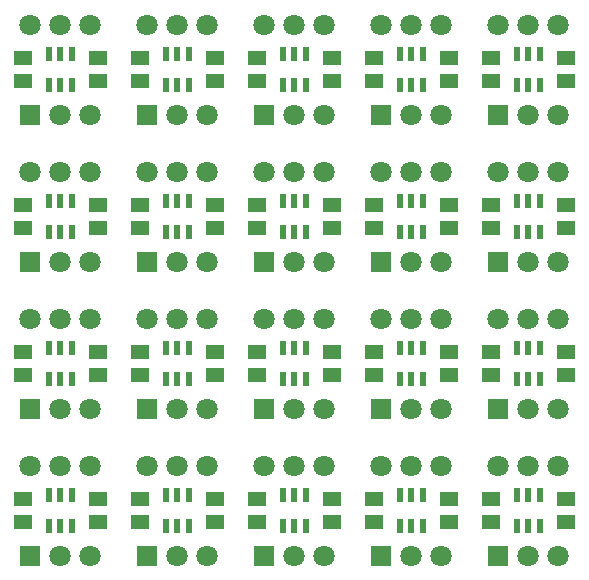
<source format=gts>
G04 (created by PCBNEW (2013-04-28 BZR 4117)-testing) date Mon 29 Apr 2013 06:53:22 PM CEST*
%MOIN*%
G04 Gerber Fmt 3.4, Leading zero omitted, Abs format*
%FSLAX34Y34*%
G01*
G70*
G90*
G04 APERTURE LIST*
%ADD10C,2.3622e-06*%
%ADD11R,0.059X0.0511*%
%ADD12R,0.0216X0.0472*%
%ADD13R,0.0709X0.0709*%
%ADD14C,0.0709*%
G04 APERTURE END LIST*
G54D10*
G54D11*
X28650Y-20674D03*
X28650Y-19926D03*
X31150Y-20674D03*
X31150Y-19926D03*
G54D12*
X29526Y-20811D03*
X29900Y-20811D03*
X30274Y-20811D03*
X30274Y-19789D03*
X29900Y-19789D03*
X29526Y-19789D03*
G54D13*
X28900Y-21800D03*
G54D14*
X29900Y-21800D03*
X30900Y-21800D03*
X30900Y-18800D03*
X29900Y-18800D03*
X28900Y-18800D03*
G54D13*
X25000Y-21800D03*
G54D14*
X26000Y-21800D03*
X27000Y-21800D03*
X27000Y-18800D03*
X26000Y-18800D03*
X25000Y-18800D03*
G54D12*
X25626Y-20811D03*
X26000Y-20811D03*
X26374Y-20811D03*
X26374Y-19789D03*
X26000Y-19789D03*
X25626Y-19789D03*
G54D11*
X27250Y-20674D03*
X27250Y-19926D03*
X24750Y-20674D03*
X24750Y-19926D03*
X16950Y-20674D03*
X16950Y-19926D03*
X19450Y-20674D03*
X19450Y-19926D03*
G54D12*
X17826Y-20811D03*
X18200Y-20811D03*
X18574Y-20811D03*
X18574Y-19789D03*
X18200Y-19789D03*
X17826Y-19789D03*
G54D13*
X17200Y-21800D03*
G54D14*
X18200Y-21800D03*
X19200Y-21800D03*
X19200Y-18800D03*
X18200Y-18800D03*
X17200Y-18800D03*
G54D13*
X21100Y-21800D03*
G54D14*
X22100Y-21800D03*
X23100Y-21800D03*
X23100Y-18800D03*
X22100Y-18800D03*
X21100Y-18800D03*
G54D12*
X21726Y-20811D03*
X22100Y-20811D03*
X22474Y-20811D03*
X22474Y-19789D03*
X22100Y-19789D03*
X21726Y-19789D03*
G54D11*
X23350Y-20674D03*
X23350Y-19926D03*
X20850Y-20674D03*
X20850Y-19926D03*
G54D13*
X32800Y-21800D03*
G54D14*
X33800Y-21800D03*
X34800Y-21800D03*
X34800Y-18800D03*
X33800Y-18800D03*
X32800Y-18800D03*
G54D12*
X33426Y-20811D03*
X33800Y-20811D03*
X34174Y-20811D03*
X34174Y-19789D03*
X33800Y-19789D03*
X33426Y-19789D03*
G54D11*
X35050Y-20674D03*
X35050Y-19926D03*
X32550Y-20674D03*
X32550Y-19926D03*
X32550Y-15774D03*
X32550Y-15026D03*
X35050Y-15774D03*
X35050Y-15026D03*
G54D12*
X33426Y-15911D03*
X33800Y-15911D03*
X34174Y-15911D03*
X34174Y-14889D03*
X33800Y-14889D03*
X33426Y-14889D03*
G54D13*
X32800Y-16900D03*
G54D14*
X33800Y-16900D03*
X34800Y-16900D03*
X34800Y-13900D03*
X33800Y-13900D03*
X32800Y-13900D03*
G54D11*
X20850Y-15774D03*
X20850Y-15026D03*
X23350Y-15774D03*
X23350Y-15026D03*
G54D12*
X21726Y-15911D03*
X22100Y-15911D03*
X22474Y-15911D03*
X22474Y-14889D03*
X22100Y-14889D03*
X21726Y-14889D03*
G54D13*
X21100Y-16900D03*
G54D14*
X22100Y-16900D03*
X23100Y-16900D03*
X23100Y-13900D03*
X22100Y-13900D03*
X21100Y-13900D03*
G54D13*
X17200Y-16900D03*
G54D14*
X18200Y-16900D03*
X19200Y-16900D03*
X19200Y-13900D03*
X18200Y-13900D03*
X17200Y-13900D03*
G54D12*
X17826Y-15911D03*
X18200Y-15911D03*
X18574Y-15911D03*
X18574Y-14889D03*
X18200Y-14889D03*
X17826Y-14889D03*
G54D11*
X19450Y-15774D03*
X19450Y-15026D03*
X16950Y-15774D03*
X16950Y-15026D03*
X24750Y-15774D03*
X24750Y-15026D03*
X27250Y-15774D03*
X27250Y-15026D03*
G54D12*
X25626Y-15911D03*
X26000Y-15911D03*
X26374Y-15911D03*
X26374Y-14889D03*
X26000Y-14889D03*
X25626Y-14889D03*
G54D13*
X25000Y-16900D03*
G54D14*
X26000Y-16900D03*
X27000Y-16900D03*
X27000Y-13900D03*
X26000Y-13900D03*
X25000Y-13900D03*
G54D13*
X28900Y-16900D03*
G54D14*
X29900Y-16900D03*
X30900Y-16900D03*
X30900Y-13900D03*
X29900Y-13900D03*
X28900Y-13900D03*
G54D12*
X29526Y-15911D03*
X29900Y-15911D03*
X30274Y-15911D03*
X30274Y-14889D03*
X29900Y-14889D03*
X29526Y-14889D03*
G54D11*
X31150Y-15774D03*
X31150Y-15026D03*
X28650Y-15774D03*
X28650Y-15026D03*
X28650Y-25574D03*
X28650Y-24826D03*
X31150Y-25574D03*
X31150Y-24826D03*
G54D12*
X29526Y-25711D03*
X29900Y-25711D03*
X30274Y-25711D03*
X30274Y-24689D03*
X29900Y-24689D03*
X29526Y-24689D03*
G54D13*
X28900Y-26700D03*
G54D14*
X29900Y-26700D03*
X30900Y-26700D03*
X30900Y-23700D03*
X29900Y-23700D03*
X28900Y-23700D03*
G54D13*
X25000Y-26700D03*
G54D14*
X26000Y-26700D03*
X27000Y-26700D03*
X27000Y-23700D03*
X26000Y-23700D03*
X25000Y-23700D03*
G54D12*
X25626Y-25711D03*
X26000Y-25711D03*
X26374Y-25711D03*
X26374Y-24689D03*
X26000Y-24689D03*
X25626Y-24689D03*
G54D11*
X27250Y-25574D03*
X27250Y-24826D03*
X24750Y-25574D03*
X24750Y-24826D03*
X16950Y-25574D03*
X16950Y-24826D03*
X19450Y-25574D03*
X19450Y-24826D03*
G54D12*
X17826Y-25711D03*
X18200Y-25711D03*
X18574Y-25711D03*
X18574Y-24689D03*
X18200Y-24689D03*
X17826Y-24689D03*
G54D13*
X17200Y-26700D03*
G54D14*
X18200Y-26700D03*
X19200Y-26700D03*
X19200Y-23700D03*
X18200Y-23700D03*
X17200Y-23700D03*
G54D13*
X21100Y-26700D03*
G54D14*
X22100Y-26700D03*
X23100Y-26700D03*
X23100Y-23700D03*
X22100Y-23700D03*
X21100Y-23700D03*
G54D12*
X21726Y-25711D03*
X22100Y-25711D03*
X22474Y-25711D03*
X22474Y-24689D03*
X22100Y-24689D03*
X21726Y-24689D03*
G54D11*
X23350Y-25574D03*
X23350Y-24826D03*
X20850Y-25574D03*
X20850Y-24826D03*
G54D13*
X32800Y-26700D03*
G54D14*
X33800Y-26700D03*
X34800Y-26700D03*
X34800Y-23700D03*
X33800Y-23700D03*
X32800Y-23700D03*
G54D12*
X33426Y-25711D03*
X33800Y-25711D03*
X34174Y-25711D03*
X34174Y-24689D03*
X33800Y-24689D03*
X33426Y-24689D03*
G54D11*
X35050Y-25574D03*
X35050Y-24826D03*
X32550Y-25574D03*
X32550Y-24826D03*
X32550Y-30474D03*
X32550Y-29726D03*
X35050Y-30474D03*
X35050Y-29726D03*
G54D12*
X33426Y-30611D03*
X33800Y-30611D03*
X34174Y-30611D03*
X34174Y-29589D03*
X33800Y-29589D03*
X33426Y-29589D03*
G54D13*
X32800Y-31600D03*
G54D14*
X33800Y-31600D03*
X34800Y-31600D03*
X34800Y-28600D03*
X33800Y-28600D03*
X32800Y-28600D03*
G54D11*
X20850Y-30474D03*
X20850Y-29726D03*
X23350Y-30474D03*
X23350Y-29726D03*
G54D12*
X21726Y-30611D03*
X22100Y-30611D03*
X22474Y-30611D03*
X22474Y-29589D03*
X22100Y-29589D03*
X21726Y-29589D03*
G54D13*
X21100Y-31600D03*
G54D14*
X22100Y-31600D03*
X23100Y-31600D03*
X23100Y-28600D03*
X22100Y-28600D03*
X21100Y-28600D03*
G54D13*
X17200Y-31600D03*
G54D14*
X18200Y-31600D03*
X19200Y-31600D03*
X19200Y-28600D03*
X18200Y-28600D03*
X17200Y-28600D03*
G54D12*
X17826Y-30611D03*
X18200Y-30611D03*
X18574Y-30611D03*
X18574Y-29589D03*
X18200Y-29589D03*
X17826Y-29589D03*
G54D11*
X19450Y-30474D03*
X19450Y-29726D03*
X16950Y-30474D03*
X16950Y-29726D03*
X24750Y-30474D03*
X24750Y-29726D03*
X27250Y-30474D03*
X27250Y-29726D03*
G54D12*
X25626Y-30611D03*
X26000Y-30611D03*
X26374Y-30611D03*
X26374Y-29589D03*
X26000Y-29589D03*
X25626Y-29589D03*
G54D13*
X25000Y-31600D03*
G54D14*
X26000Y-31600D03*
X27000Y-31600D03*
X27000Y-28600D03*
X26000Y-28600D03*
X25000Y-28600D03*
G54D13*
X28900Y-31600D03*
G54D14*
X29900Y-31600D03*
X30900Y-31600D03*
X30900Y-28600D03*
X29900Y-28600D03*
X28900Y-28600D03*
G54D12*
X29526Y-30611D03*
X29900Y-30611D03*
X30274Y-30611D03*
X30274Y-29589D03*
X29900Y-29589D03*
X29526Y-29589D03*
G54D11*
X31150Y-30474D03*
X31150Y-29726D03*
X28650Y-30474D03*
X28650Y-29726D03*
M02*

</source>
